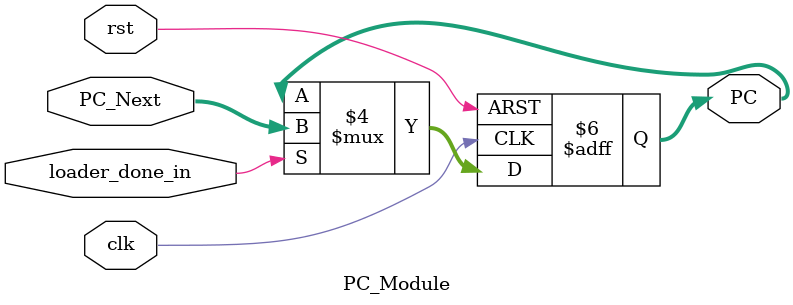
<source format=v>
module PC_Module(
    input clk,
    input rst, // Active Low Master Reset
    input [31:0] PC_Next, 
    input loader_done_in, // Stall input
    output reg [31:0] PC
);

    // CRITICAL FIX: Change to Asynchronous Reset for consistency
    always @(posedge clk or negedge rst) begin
        if (rst == 1'b0) // CORRECT: Asynchronous Reset when rst is LOW
            PC <= 32'b0;
        // PC advances only if the loader is done AND rst is high
        else if (loader_done_in == 1'b1) 
            PC <= PC_Next;
        // Else: PC holds its current value (stall)
    end
endmodule
</source>
